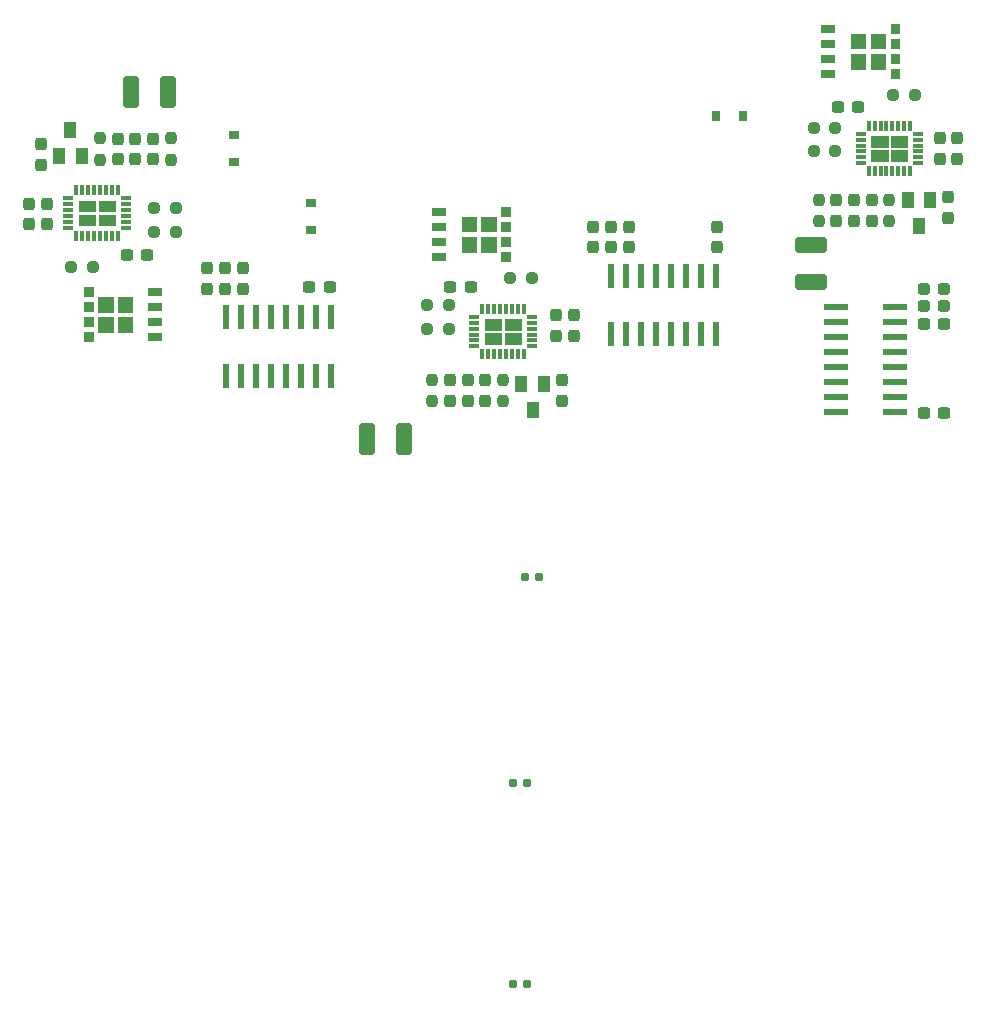
<source format=gtp>
%TF.GenerationSoftware,KiCad,Pcbnew,6.0.7*%
%TF.CreationDate,2022-11-21T22:22:27-06:00*%
%TF.ProjectId,CubesatPwrBoard,43756265-7361-4745-9077-72426f617264,rev?*%
%TF.SameCoordinates,Original*%
%TF.FileFunction,Paste,Top*%
%TF.FilePolarity,Positive*%
%FSLAX46Y46*%
G04 Gerber Fmt 4.6, Leading zero omitted, Abs format (unit mm)*
G04 Created by KiCad (PCBNEW 6.0.7) date 2022-11-21 22:22:27*
%MOMM*%
%LPD*%
G01*
G04 APERTURE LIST*
G04 Aperture macros list*
%AMRoundRect*
0 Rectangle with rounded corners*
0 $1 Rounding radius*
0 $2 $3 $4 $5 $6 $7 $8 $9 X,Y pos of 4 corners*
0 Add a 4 corners polygon primitive as box body*
4,1,4,$2,$3,$4,$5,$6,$7,$8,$9,$2,$3,0*
0 Add four circle primitives for the rounded corners*
1,1,$1+$1,$2,$3*
1,1,$1+$1,$4,$5*
1,1,$1+$1,$6,$7*
1,1,$1+$1,$8,$9*
0 Add four rect primitives between the rounded corners*
20,1,$1+$1,$2,$3,$4,$5,0*
20,1,$1+$1,$4,$5,$6,$7,0*
20,1,$1+$1,$6,$7,$8,$9,0*
20,1,$1+$1,$8,$9,$2,$3,0*%
G04 Aperture macros list end*
%ADD10C,0.010000*%
%ADD11RoundRect,0.250000X-1.100000X0.412500X-1.100000X-0.412500X1.100000X-0.412500X1.100000X0.412500X0*%
%ADD12R,1.000000X1.400000*%
%ADD13RoundRect,0.237500X-0.250000X-0.237500X0.250000X-0.237500X0.250000X0.237500X-0.250000X0.237500X0*%
%ADD14RoundRect,0.237500X0.237500X-0.250000X0.237500X0.250000X-0.237500X0.250000X-0.237500X-0.250000X0*%
%ADD15RoundRect,0.237500X0.250000X0.237500X-0.250000X0.237500X-0.250000X-0.237500X0.250000X-0.237500X0*%
%ADD16RoundRect,0.237500X0.237500X-0.300000X0.237500X0.300000X-0.237500X0.300000X-0.237500X-0.300000X0*%
%ADD17RoundRect,0.237500X-0.237500X0.300000X-0.237500X-0.300000X0.237500X-0.300000X0.237500X0.300000X0*%
%ADD18R,1.270000X0.750000*%
%ADD19RoundRect,0.237500X-0.237500X0.287500X-0.237500X-0.287500X0.237500X-0.287500X0.237500X0.287500X0*%
%ADD20RoundRect,0.237500X-0.237500X0.250000X-0.237500X-0.250000X0.237500X-0.250000X0.237500X0.250000X0*%
%ADD21RoundRect,0.018900X-0.116100X0.411100X-0.116100X-0.411100X0.116100X-0.411100X0.116100X0.411100X0*%
%ADD22RoundRect,0.018900X-0.411100X-0.116100X0.411100X-0.116100X0.411100X0.116100X-0.411100X0.116100X0*%
%ADD23RoundRect,0.018900X0.116100X-0.411100X0.116100X0.411100X-0.116100X0.411100X-0.116100X-0.411100X0*%
%ADD24RoundRect,0.018900X0.411100X0.116100X-0.411100X0.116100X-0.411100X-0.116100X0.411100X-0.116100X0*%
%ADD25RoundRect,0.237500X-0.300000X-0.237500X0.300000X-0.237500X0.300000X0.237500X-0.300000X0.237500X0*%
%ADD26RoundRect,0.250000X0.412500X1.100000X-0.412500X1.100000X-0.412500X-1.100000X0.412500X-1.100000X0*%
%ADD27RoundRect,0.250000X-0.412500X-1.100000X0.412500X-1.100000X0.412500X1.100000X-0.412500X1.100000X0*%
%ADD28RoundRect,0.237500X0.300000X0.237500X-0.300000X0.237500X-0.300000X-0.237500X0.300000X-0.237500X0*%
%ADD29RoundRect,0.041300X0.253700X-0.943700X0.253700X0.943700X-0.253700X0.943700X-0.253700X-0.943700X0*%
%ADD30R,0.900000X0.800000*%
%ADD31RoundRect,0.160000X-0.197500X-0.160000X0.197500X-0.160000X0.197500X0.160000X-0.197500X0.160000X0*%
%ADD32RoundRect,0.041300X-0.943700X-0.253700X0.943700X-0.253700X0.943700X0.253700X-0.943700X0.253700X0*%
%ADD33RoundRect,0.237500X0.287500X0.237500X-0.287500X0.237500X-0.287500X-0.237500X0.287500X-0.237500X0*%
%ADD34RoundRect,0.237500X0.237500X-0.287500X0.237500X0.287500X-0.237500X0.287500X-0.237500X-0.287500X0*%
%ADD35R,0.800000X0.900000*%
G04 APERTURE END LIST*
%TO.C,Q3*%
G36*
X184471250Y-48975000D02*
G01*
X183761250Y-48975000D01*
X183761250Y-48215000D01*
X184471250Y-48215000D01*
X184471250Y-48975000D01*
G37*
D10*
X184471250Y-48975000D02*
X183761250Y-48975000D01*
X183761250Y-48215000D01*
X184471250Y-48215000D01*
X184471250Y-48975000D01*
G36*
X181616250Y-50265000D02*
G01*
X180416250Y-50265000D01*
X180416250Y-49015000D01*
X181616250Y-49015000D01*
X181616250Y-50265000D01*
G37*
X181616250Y-50265000D02*
X180416250Y-50265000D01*
X180416250Y-49015000D01*
X181616250Y-49015000D01*
X181616250Y-50265000D01*
G36*
X183286250Y-51985000D02*
G01*
X182086250Y-51985000D01*
X182086250Y-50735000D01*
X183286250Y-50735000D01*
X183286250Y-51985000D01*
G37*
X183286250Y-51985000D02*
X182086250Y-51985000D01*
X182086250Y-50735000D01*
X183286250Y-50735000D01*
X183286250Y-51985000D01*
G36*
X181616250Y-51985000D02*
G01*
X180416250Y-51985000D01*
X180416250Y-50735000D01*
X181616250Y-50735000D01*
X181616250Y-51985000D01*
G37*
X181616250Y-51985000D02*
X180416250Y-51985000D01*
X180416250Y-50735000D01*
X181616250Y-50735000D01*
X181616250Y-51985000D01*
G36*
X184471250Y-52785000D02*
G01*
X183761250Y-52785000D01*
X183761250Y-52025000D01*
X184471250Y-52025000D01*
X184471250Y-52785000D01*
G37*
X184471250Y-52785000D02*
X183761250Y-52785000D01*
X183761250Y-52025000D01*
X184471250Y-52025000D01*
X184471250Y-52785000D01*
G36*
X183286250Y-50265000D02*
G01*
X182086250Y-50265000D01*
X182086250Y-49015000D01*
X183286250Y-49015000D01*
X183286250Y-50265000D01*
G37*
X183286250Y-50265000D02*
X182086250Y-50265000D01*
X182086250Y-49015000D01*
X183286250Y-49015000D01*
X183286250Y-50265000D01*
G36*
X184471250Y-50245000D02*
G01*
X183761250Y-50245000D01*
X183761250Y-49485000D01*
X184471250Y-49485000D01*
X184471250Y-50245000D01*
G37*
X184471250Y-50245000D02*
X183761250Y-50245000D01*
X183761250Y-49485000D01*
X184471250Y-49485000D01*
X184471250Y-50245000D01*
G36*
X184471250Y-51515000D02*
G01*
X183761250Y-51515000D01*
X183761250Y-50755000D01*
X184471250Y-50755000D01*
X184471250Y-51515000D01*
G37*
X184471250Y-51515000D02*
X183761250Y-51515000D01*
X183761250Y-50755000D01*
X184471250Y-50755000D01*
X184471250Y-51515000D01*
%TO.C,U2*%
G36*
X185191250Y-58600000D02*
G01*
X183811250Y-58600000D01*
X183811250Y-57720000D01*
X185191250Y-57720000D01*
X185191250Y-58600000D01*
G37*
X185191250Y-58600000D02*
X183811250Y-58600000D01*
X183811250Y-57720000D01*
X185191250Y-57720000D01*
X185191250Y-58600000D01*
G36*
X183511250Y-58600000D02*
G01*
X182131250Y-58600000D01*
X182131250Y-57720000D01*
X183511250Y-57720000D01*
X183511250Y-58600000D01*
G37*
X183511250Y-58600000D02*
X182131250Y-58600000D01*
X182131250Y-57720000D01*
X183511250Y-57720000D01*
X183511250Y-58600000D01*
G36*
X183511250Y-59780000D02*
G01*
X182131250Y-59780000D01*
X182131250Y-58900000D01*
X183511250Y-58900000D01*
X183511250Y-59780000D01*
G37*
X183511250Y-59780000D02*
X182131250Y-59780000D01*
X182131250Y-58900000D01*
X183511250Y-58900000D01*
X183511250Y-59780000D01*
G36*
X185191250Y-59780000D02*
G01*
X183811250Y-59780000D01*
X183811250Y-58900000D01*
X185191250Y-58900000D01*
X185191250Y-59780000D01*
G37*
X185191250Y-59780000D02*
X183811250Y-59780000D01*
X183811250Y-58900000D01*
X185191250Y-58900000D01*
X185191250Y-59780000D01*
%TO.C,U3*%
G36*
X152481554Y-75280000D02*
G01*
X151101554Y-75280000D01*
X151101554Y-74400000D01*
X152481554Y-74400000D01*
X152481554Y-75280000D01*
G37*
X152481554Y-75280000D02*
X151101554Y-75280000D01*
X151101554Y-74400000D01*
X152481554Y-74400000D01*
X152481554Y-75280000D01*
G36*
X152481554Y-74100000D02*
G01*
X151101554Y-74100000D01*
X151101554Y-73220000D01*
X152481554Y-73220000D01*
X152481554Y-74100000D01*
G37*
X152481554Y-74100000D02*
X151101554Y-74100000D01*
X151101554Y-73220000D01*
X152481554Y-73220000D01*
X152481554Y-74100000D01*
G36*
X150801554Y-75280000D02*
G01*
X149421554Y-75280000D01*
X149421554Y-74400000D01*
X150801554Y-74400000D01*
X150801554Y-75280000D01*
G37*
X150801554Y-75280000D02*
X149421554Y-75280000D01*
X149421554Y-74400000D01*
X150801554Y-74400000D01*
X150801554Y-75280000D01*
G36*
X150801554Y-74100000D02*
G01*
X149421554Y-74100000D01*
X149421554Y-73220000D01*
X150801554Y-73220000D01*
X150801554Y-74100000D01*
G37*
X150801554Y-74100000D02*
X149421554Y-74100000D01*
X149421554Y-73220000D01*
X150801554Y-73220000D01*
X150801554Y-74100000D01*
%TO.C,Q1*%
G36*
X119570000Y-74272500D02*
G01*
X118370000Y-74272500D01*
X118370000Y-73022500D01*
X119570000Y-73022500D01*
X119570000Y-74272500D01*
G37*
X119570000Y-74272500D02*
X118370000Y-74272500D01*
X118370000Y-73022500D01*
X119570000Y-73022500D01*
X119570000Y-74272500D01*
G36*
X117900000Y-74272500D02*
G01*
X116700000Y-74272500D01*
X116700000Y-73022500D01*
X117900000Y-73022500D01*
X117900000Y-74272500D01*
G37*
X117900000Y-74272500D02*
X116700000Y-74272500D01*
X116700000Y-73022500D01*
X117900000Y-73022500D01*
X117900000Y-74272500D01*
G36*
X116225000Y-72532500D02*
G01*
X115515000Y-72532500D01*
X115515000Y-71772500D01*
X116225000Y-71772500D01*
X116225000Y-72532500D01*
G37*
X116225000Y-72532500D02*
X115515000Y-72532500D01*
X115515000Y-71772500D01*
X116225000Y-71772500D01*
X116225000Y-72532500D01*
G36*
X116225000Y-73802500D02*
G01*
X115515000Y-73802500D01*
X115515000Y-73042500D01*
X116225000Y-73042500D01*
X116225000Y-73802500D01*
G37*
X116225000Y-73802500D02*
X115515000Y-73802500D01*
X115515000Y-73042500D01*
X116225000Y-73042500D01*
X116225000Y-73802500D01*
G36*
X116225000Y-71262500D02*
G01*
X115515000Y-71262500D01*
X115515000Y-70502500D01*
X116225000Y-70502500D01*
X116225000Y-71262500D01*
G37*
X116225000Y-71262500D02*
X115515000Y-71262500D01*
X115515000Y-70502500D01*
X116225000Y-70502500D01*
X116225000Y-71262500D01*
G36*
X116225000Y-75072500D02*
G01*
X115515000Y-75072500D01*
X115515000Y-74312500D01*
X116225000Y-74312500D01*
X116225000Y-75072500D01*
G37*
X116225000Y-75072500D02*
X115515000Y-75072500D01*
X115515000Y-74312500D01*
X116225000Y-74312500D01*
X116225000Y-75072500D01*
G36*
X117900000Y-72552500D02*
G01*
X116700000Y-72552500D01*
X116700000Y-71302500D01*
X117900000Y-71302500D01*
X117900000Y-72552500D01*
G37*
X117900000Y-72552500D02*
X116700000Y-72552500D01*
X116700000Y-71302500D01*
X117900000Y-71302500D01*
X117900000Y-72552500D01*
G36*
X119570000Y-72552500D02*
G01*
X118370000Y-72552500D01*
X118370000Y-71302500D01*
X119570000Y-71302500D01*
X119570000Y-72552500D01*
G37*
X119570000Y-72552500D02*
X118370000Y-72552500D01*
X118370000Y-71302500D01*
X119570000Y-71302500D01*
X119570000Y-72552500D01*
%TO.C,Q5*%
G36*
X151511554Y-64475000D02*
G01*
X150801554Y-64475000D01*
X150801554Y-63715000D01*
X151511554Y-63715000D01*
X151511554Y-64475000D01*
G37*
X151511554Y-64475000D02*
X150801554Y-64475000D01*
X150801554Y-63715000D01*
X151511554Y-63715000D01*
X151511554Y-64475000D01*
G36*
X151511554Y-65745000D02*
G01*
X150801554Y-65745000D01*
X150801554Y-64985000D01*
X151511554Y-64985000D01*
X151511554Y-65745000D01*
G37*
X151511554Y-65745000D02*
X150801554Y-65745000D01*
X150801554Y-64985000D01*
X151511554Y-64985000D01*
X151511554Y-65745000D01*
G36*
X151511554Y-68285000D02*
G01*
X150801554Y-68285000D01*
X150801554Y-67525000D01*
X151511554Y-67525000D01*
X151511554Y-68285000D01*
G37*
X151511554Y-68285000D02*
X150801554Y-68285000D01*
X150801554Y-67525000D01*
X151511554Y-67525000D01*
X151511554Y-68285000D01*
G36*
X150326554Y-65765000D02*
G01*
X149126554Y-65765000D01*
X149126554Y-64515000D01*
X150326554Y-64515000D01*
X150326554Y-65765000D01*
G37*
X150326554Y-65765000D02*
X149126554Y-65765000D01*
X149126554Y-64515000D01*
X150326554Y-64515000D01*
X150326554Y-65765000D01*
G36*
X151511554Y-67015000D02*
G01*
X150801554Y-67015000D01*
X150801554Y-66255000D01*
X151511554Y-66255000D01*
X151511554Y-67015000D01*
G37*
X151511554Y-67015000D02*
X150801554Y-67015000D01*
X150801554Y-66255000D01*
X151511554Y-66255000D01*
X151511554Y-67015000D01*
G36*
X148656554Y-65765000D02*
G01*
X147456554Y-65765000D01*
X147456554Y-64515000D01*
X148656554Y-64515000D01*
X148656554Y-65765000D01*
G37*
X148656554Y-65765000D02*
X147456554Y-65765000D01*
X147456554Y-64515000D01*
X148656554Y-64515000D01*
X148656554Y-65765000D01*
G36*
X148656554Y-67485000D02*
G01*
X147456554Y-67485000D01*
X147456554Y-66235000D01*
X148656554Y-66235000D01*
X148656554Y-67485000D01*
G37*
X148656554Y-67485000D02*
X147456554Y-67485000D01*
X147456554Y-66235000D01*
X148656554Y-66235000D01*
X148656554Y-67485000D01*
G36*
X150326554Y-67485000D02*
G01*
X149126554Y-67485000D01*
X149126554Y-66235000D01*
X150326554Y-66235000D01*
X150326554Y-67485000D01*
G37*
X150326554Y-67485000D02*
X149126554Y-67485000D01*
X149126554Y-66235000D01*
X150326554Y-66235000D01*
X150326554Y-67485000D01*
%TO.C,U1*%
G36*
X116425000Y-64072500D02*
G01*
X115045000Y-64072500D01*
X115045000Y-63192500D01*
X116425000Y-63192500D01*
X116425000Y-64072500D01*
G37*
X116425000Y-64072500D02*
X115045000Y-64072500D01*
X115045000Y-63192500D01*
X116425000Y-63192500D01*
X116425000Y-64072500D01*
G36*
X116425000Y-65252500D02*
G01*
X115045000Y-65252500D01*
X115045000Y-64372500D01*
X116425000Y-64372500D01*
X116425000Y-65252500D01*
G37*
X116425000Y-65252500D02*
X115045000Y-65252500D01*
X115045000Y-64372500D01*
X116425000Y-64372500D01*
X116425000Y-65252500D01*
G36*
X118105000Y-65252500D02*
G01*
X116725000Y-65252500D01*
X116725000Y-64372500D01*
X118105000Y-64372500D01*
X118105000Y-65252500D01*
G37*
X118105000Y-65252500D02*
X116725000Y-65252500D01*
X116725000Y-64372500D01*
X118105000Y-64372500D01*
X118105000Y-65252500D01*
G36*
X118105000Y-64072500D02*
G01*
X116725000Y-64072500D01*
X116725000Y-63192500D01*
X118105000Y-63192500D01*
X118105000Y-64072500D01*
G37*
X118105000Y-64072500D02*
X116725000Y-64072500D01*
X116725000Y-63192500D01*
X118105000Y-63192500D01*
X118105000Y-64072500D01*
%TD*%
D11*
%TO.C,C8*%
X177000000Y-70062500D03*
X177000000Y-66937500D03*
%TD*%
D12*
%TO.C,Q4*%
X187111250Y-63150000D03*
X185211250Y-63150000D03*
X186161250Y-65350000D03*
%TD*%
D13*
%TO.C,R9*%
X177248750Y-59000000D03*
X179073750Y-59000000D03*
%TD*%
D14*
%TO.C,R6*%
X177661250Y-64912500D03*
X177661250Y-63087500D03*
%TD*%
D15*
%TO.C,R7*%
X179073750Y-57000000D03*
X177248750Y-57000000D03*
%TD*%
D16*
%TO.C,C9*%
X179161250Y-64862500D03*
X179161250Y-63137500D03*
%TD*%
D17*
%TO.C,C14*%
X187911250Y-57887500D03*
X187911250Y-59612500D03*
%TD*%
%TO.C,C12*%
X189411250Y-57887500D03*
X189411250Y-59612500D03*
%TD*%
%TO.C,C11*%
X180661250Y-63137500D03*
X180661250Y-64862500D03*
%TD*%
D16*
%TO.C,C13*%
X182161250Y-64862500D03*
X182161250Y-63137500D03*
%TD*%
D18*
%TO.C,Q3*%
X178491250Y-48595000D03*
X178491250Y-49865000D03*
X178491250Y-51135000D03*
X178491250Y-52405000D03*
%TD*%
D19*
%TO.C,L2*%
X188661250Y-62875000D03*
X188661250Y-64625000D03*
%TD*%
D15*
%TO.C,R8*%
X185823750Y-54250000D03*
X183998750Y-54250000D03*
%TD*%
D20*
%TO.C,R10*%
X183661250Y-63087500D03*
X183661250Y-64912500D03*
%TD*%
D21*
%TO.C,U2*%
X185411250Y-56815000D03*
X184911250Y-56815000D03*
X184411250Y-56815000D03*
X183911250Y-56815000D03*
X183411250Y-56815000D03*
X182911250Y-56815000D03*
X182411250Y-56815000D03*
X181911250Y-56815000D03*
D22*
X181226250Y-57500000D03*
X181226250Y-58000000D03*
X181226250Y-58500000D03*
X181226250Y-59000000D03*
X181226250Y-59500000D03*
X181226250Y-60000000D03*
D23*
X181911250Y-60685000D03*
X182411250Y-60685000D03*
X182911250Y-60685000D03*
X183411250Y-60685000D03*
X183911250Y-60685000D03*
X184411250Y-60685000D03*
X184911250Y-60685000D03*
X185411250Y-60685000D03*
D24*
X186096250Y-60000000D03*
X186096250Y-59500000D03*
X186096250Y-59000000D03*
X186096250Y-58500000D03*
X186096250Y-58000000D03*
X186096250Y-57500000D03*
%TD*%
D25*
%TO.C,C10*%
X179298750Y-55250000D03*
X181023750Y-55250000D03*
%TD*%
D26*
%TO.C,C15*%
X142562500Y-83362500D03*
X139437500Y-83362500D03*
%TD*%
D27*
%TO.C,C1*%
X119437500Y-54000000D03*
X122562500Y-54000000D03*
%TD*%
D17*
%TO.C,C2*%
X121337500Y-57937500D03*
X121337500Y-59662500D03*
%TD*%
%TO.C,C19*%
X156951554Y-72887500D03*
X156951554Y-74612500D03*
%TD*%
D12*
%TO.C,Q2*%
X113375000Y-59387500D03*
X115275000Y-59387500D03*
X114325000Y-57187500D03*
%TD*%
D16*
%TO.C,C4*%
X119825000Y-59650000D03*
X119825000Y-57925000D03*
%TD*%
D17*
%TO.C,C21*%
X155451554Y-72887500D03*
X155451554Y-74612500D03*
%TD*%
D16*
%TO.C,C20*%
X149451554Y-80112500D03*
X149451554Y-78387500D03*
%TD*%
D19*
%TO.C,L5*%
X125885000Y-68875000D03*
X125885000Y-70625000D03*
%TD*%
D14*
%TO.C,R11*%
X144951554Y-80162500D03*
X144951554Y-78337500D03*
%TD*%
D28*
%TO.C,C32*%
X188297074Y-73610000D03*
X186572074Y-73610000D03*
%TD*%
D17*
%TO.C,C6*%
X118325000Y-57925000D03*
X118325000Y-59650000D03*
%TD*%
D16*
%TO.C,C16*%
X146451554Y-80112500D03*
X146451554Y-78387500D03*
%TD*%
D29*
%TO.C,U5*%
X127455000Y-77985426D03*
X128725000Y-77985426D03*
X129995000Y-77985426D03*
X131265000Y-77985426D03*
X132535000Y-77985426D03*
X133805000Y-77985426D03*
X135075000Y-77985426D03*
X136345000Y-77985426D03*
X136345000Y-73035426D03*
X135075000Y-73035426D03*
X133805000Y-73035426D03*
X132535000Y-73035426D03*
X131265000Y-73035426D03*
X129995000Y-73035426D03*
X128725000Y-73035426D03*
X127455000Y-73035426D03*
%TD*%
D13*
%TO.C,R14*%
X144539054Y-74000000D03*
X146364054Y-74000000D03*
%TD*%
D15*
%TO.C,R12*%
X146364054Y-72000000D03*
X144539054Y-72000000D03*
%TD*%
D19*
%TO.C,L3*%
X155951554Y-78375000D03*
X155951554Y-80125000D03*
%TD*%
D21*
%TO.C,U3*%
X152701554Y-72315000D03*
X152201554Y-72315000D03*
X151701554Y-72315000D03*
X151201554Y-72315000D03*
X150701554Y-72315000D03*
X150201554Y-72315000D03*
X149701554Y-72315000D03*
X149201554Y-72315000D03*
D22*
X148516554Y-73000000D03*
X148516554Y-73500000D03*
X148516554Y-74000000D03*
X148516554Y-74500000D03*
X148516554Y-75000000D03*
X148516554Y-75500000D03*
D23*
X149201554Y-76185000D03*
X149701554Y-76185000D03*
X150201554Y-76185000D03*
X150701554Y-76185000D03*
X151201554Y-76185000D03*
X151701554Y-76185000D03*
X152201554Y-76185000D03*
X152701554Y-76185000D03*
D24*
X153386554Y-75500000D03*
X153386554Y-75000000D03*
X153386554Y-74500000D03*
X153386554Y-74000000D03*
X153386554Y-73500000D03*
X153386554Y-73000000D03*
%TD*%
D19*
%TO.C,D5*%
X127400000Y-68885426D03*
X127400000Y-70635426D03*
%TD*%
D13*
%TO.C,R2*%
X121412500Y-65787500D03*
X123237500Y-65787500D03*
%TD*%
D12*
%TO.C,Q6*%
X154401554Y-78650000D03*
X152501554Y-78650000D03*
X153451554Y-80850000D03*
%TD*%
D29*
%TO.C,U7*%
X160130000Y-74475000D03*
X161400000Y-74475000D03*
X162670000Y-74475000D03*
X163940000Y-74475000D03*
X165210000Y-74475000D03*
X166480000Y-74475000D03*
X167750000Y-74475000D03*
X169020000Y-74475000D03*
X169020000Y-69525000D03*
X167750000Y-69525000D03*
X166480000Y-69525000D03*
X165210000Y-69525000D03*
X163940000Y-69525000D03*
X162670000Y-69525000D03*
X161400000Y-69525000D03*
X160130000Y-69525000D03*
%TD*%
D30*
%TO.C,D2*%
X134650000Y-65650000D03*
X134650000Y-63350000D03*
%TD*%
D31*
%TO.C,TH1*%
X152802500Y-95000000D03*
X153997500Y-95000000D03*
%TD*%
D19*
%TO.C,L7*%
X158575000Y-65375000D03*
X158575000Y-67125000D03*
%TD*%
D20*
%TO.C,R1*%
X122837500Y-57887500D03*
X122837500Y-59712500D03*
%TD*%
D17*
%TO.C,C18*%
X147951554Y-78387500D03*
X147951554Y-80112500D03*
%TD*%
%TO.C,C34*%
X161575000Y-65387500D03*
X161575000Y-67112500D03*
%TD*%
D28*
%TO.C,C29*%
X136262500Y-70510426D03*
X134537500Y-70510426D03*
%TD*%
D19*
%TO.C,D7*%
X160075000Y-65375000D03*
X160075000Y-67125000D03*
%TD*%
D32*
%TO.C,U6*%
X179184574Y-72190000D03*
X179184574Y-73460000D03*
X179184574Y-74730000D03*
X179184574Y-76000000D03*
X179184574Y-77270000D03*
X179184574Y-78540000D03*
X179184574Y-79810000D03*
X179184574Y-81080000D03*
X184134574Y-81080000D03*
X184134574Y-79810000D03*
X184134574Y-78540000D03*
X184134574Y-77270000D03*
X184134574Y-76000000D03*
X184134574Y-74730000D03*
X184134574Y-73460000D03*
X184134574Y-72190000D03*
%TD*%
D31*
%TO.C,TH2*%
X151802500Y-112500000D03*
X152997500Y-112500000D03*
%TD*%
D13*
%TO.C,R3*%
X114412500Y-68787500D03*
X116237500Y-68787500D03*
%TD*%
D18*
%TO.C,Q1*%
X121495000Y-74692500D03*
X121495000Y-73422500D03*
X121495000Y-72152500D03*
X121495000Y-70882500D03*
%TD*%
D20*
%TO.C,R15*%
X150951554Y-78337500D03*
X150951554Y-80162500D03*
%TD*%
D16*
%TO.C,C7*%
X112325000Y-65150000D03*
X112325000Y-63425000D03*
%TD*%
D25*
%TO.C,C31*%
X186572074Y-81110000D03*
X188297074Y-81110000D03*
%TD*%
D18*
%TO.C,Q5*%
X145531554Y-64095000D03*
X145531554Y-65365000D03*
X145531554Y-66635000D03*
X145531554Y-67905000D03*
%TD*%
D17*
%TO.C,C30*%
X128900000Y-68897926D03*
X128900000Y-70622926D03*
%TD*%
D25*
%TO.C,C17*%
X146476554Y-70500000D03*
X148201554Y-70500000D03*
%TD*%
D15*
%TO.C,R13*%
X153364054Y-69750000D03*
X151539054Y-69750000D03*
%TD*%
D33*
%TO.C,D6*%
X188309574Y-72110000D03*
X186559574Y-72110000D03*
%TD*%
D34*
%TO.C,L1*%
X111825000Y-60162500D03*
X111825000Y-58412500D03*
%TD*%
D33*
%TO.C,L6*%
X188309574Y-70610000D03*
X186559574Y-70610000D03*
%TD*%
D16*
%TO.C,C33*%
X169075000Y-67112500D03*
X169075000Y-65387500D03*
%TD*%
D28*
%TO.C,C3*%
X120825000Y-67787500D03*
X119100000Y-67787500D03*
%TD*%
D16*
%TO.C,C5*%
X110825000Y-65150000D03*
X110825000Y-63425000D03*
%TD*%
D23*
%TO.C,U1*%
X114825000Y-66157500D03*
X115325000Y-66157500D03*
X115825000Y-66157500D03*
X116325000Y-66157500D03*
X116825000Y-66157500D03*
X117325000Y-66157500D03*
X117825000Y-66157500D03*
X118325000Y-66157500D03*
D24*
X119010000Y-65472500D03*
X119010000Y-64972500D03*
X119010000Y-64472500D03*
X119010000Y-63972500D03*
X119010000Y-63472500D03*
X119010000Y-62972500D03*
D21*
X118325000Y-62287500D03*
X117825000Y-62287500D03*
X117325000Y-62287500D03*
X116825000Y-62287500D03*
X116325000Y-62287500D03*
X115825000Y-62287500D03*
X115325000Y-62287500D03*
X114825000Y-62287500D03*
D22*
X114140000Y-62972500D03*
X114140000Y-63472500D03*
X114140000Y-63972500D03*
X114140000Y-64472500D03*
X114140000Y-64972500D03*
X114140000Y-65472500D03*
%TD*%
D35*
%TO.C,D3*%
X171300000Y-56000000D03*
X169000000Y-56000000D03*
%TD*%
D31*
%TO.C,TH3*%
X151802500Y-129500000D03*
X152997500Y-129500000D03*
%TD*%
D14*
%TO.C,R5*%
X116825000Y-59700000D03*
X116825000Y-57875000D03*
%TD*%
D30*
%TO.C,D1*%
X128150000Y-59900000D03*
X128150000Y-57600000D03*
%TD*%
D15*
%TO.C,R4*%
X123237500Y-63787500D03*
X121412500Y-63787500D03*
%TD*%
M02*

</source>
